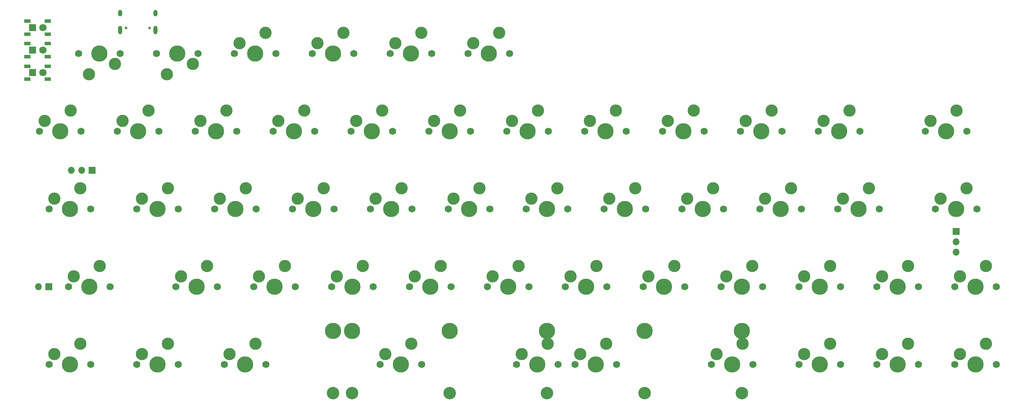
<source format=gbr>
%TF.GenerationSoftware,KiCad,Pcbnew,(6.0.0)*%
%TF.CreationDate,2022-02-04T02:04:47-08:00*%
%TF.ProjectId,Memoria,4d656d6f-7269-4612-9e6b-696361645f70,rev?*%
%TF.SameCoordinates,Original*%
%TF.FileFunction,Soldermask,Top*%
%TF.FilePolarity,Negative*%
%FSLAX46Y46*%
G04 Gerber Fmt 4.6, Leading zero omitted, Abs format (unit mm)*
G04 Created by KiCad (PCBNEW (6.0.0)) date 2022-02-04 02:04:47*
%MOMM*%
%LPD*%
G01*
G04 APERTURE LIST*
%ADD10C,1.750000*%
%ADD11C,3.987800*%
%ADD12C,3.000000*%
%ADD13R,1.501140X0.899160*%
%ADD14R,1.700000X1.700000*%
%ADD15O,1.700000X1.700000*%
%ADD16R,1.800000X1.800000*%
%ADD17C,1.800000*%
%ADD18C,3.048000*%
%ADD19C,0.650000*%
%ADD20O,1.000000X2.100000*%
%ADD21O,1.000000X1.600000*%
G04 APERTURE END LIST*
D10*
%TO.C,MX3-3*%
X109855000Y-95250000D03*
D11*
X104775000Y-95250000D03*
D10*
X99695000Y-95250000D03*
D12*
X100965000Y-92710000D03*
X107315000Y-90170000D03*
%TD*%
%TO.C,MX3-10*%
X234315000Y-92710000D03*
D10*
X233045000Y-95250000D03*
D12*
X240665000Y-90170000D03*
D10*
X243205000Y-95250000D03*
D11*
X238125000Y-95250000D03*
%TD*%
D10*
%TO.C,MX3-11*%
X252095000Y-95250000D03*
D12*
X253365000Y-92710000D03*
D10*
X262255000Y-95250000D03*
D11*
X257175000Y-95250000D03*
D12*
X259715000Y-90170000D03*
%TD*%
D13*
%TO.C,RGB1*%
X25318640Y-30116800D03*
X25318640Y-33317200D03*
X30317360Y-33317200D03*
X30317360Y-30116800D03*
%TD*%
D10*
%TO.C,MX2-0*%
X30638750Y-76200000D03*
D12*
X38258750Y-71120000D03*
X31908750Y-73660000D03*
D10*
X40798750Y-76200000D03*
D11*
X35718750Y-76200000D03*
%TD*%
D12*
%TO.C,MX4-2*%
X74771250Y-111760000D03*
X81121250Y-109220000D03*
D11*
X78581250Y-114300000D03*
D10*
X83661250Y-114300000D03*
X73501250Y-114300000D03*
%TD*%
%TO.C,MX1-10*%
X228917500Y-57150000D03*
D12*
X220027500Y-54610000D03*
D11*
X223837500Y-57150000D03*
D10*
X218757500Y-57150000D03*
D12*
X226377500Y-52070000D03*
%TD*%
D13*
%TO.C,RGB3*%
X25318640Y-41166800D03*
X25318640Y-44367200D03*
X30317360Y-44367200D03*
X30317360Y-41166800D03*
%TD*%
D12*
%TO.C,MX3-8*%
X196215000Y-92710000D03*
D10*
X194945000Y-95250000D03*
D11*
X200025000Y-95250000D03*
D10*
X205105000Y-95250000D03*
D12*
X202565000Y-90170000D03*
%TD*%
D10*
%TO.C,MX1-6*%
X152717500Y-57150000D03*
D12*
X150177500Y-52070000D03*
X143827500Y-54610000D03*
D11*
X147637500Y-57150000D03*
D10*
X142557500Y-57150000D03*
%TD*%
%TO.C,MX2-6*%
X157480000Y-76200000D03*
X147320000Y-76200000D03*
D12*
X148590000Y-73660000D03*
X154940000Y-71120000D03*
D11*
X152400000Y-76200000D03*
%TD*%
%TO.C,MX0-4*%
X119062500Y-38100000D03*
D10*
X124142500Y-38100000D03*
D12*
X115252500Y-35560000D03*
X121602500Y-33020000D03*
D10*
X113982500Y-38100000D03*
%TD*%
D11*
%TO.C,MX0-3*%
X100012500Y-38100000D03*
D12*
X102552500Y-33020000D03*
D10*
X94932500Y-38100000D03*
D12*
X96202500Y-35560000D03*
D10*
X105092500Y-38100000D03*
%TD*%
D12*
%TO.C,MX3-4*%
X120015000Y-92710000D03*
X126365000Y-90170000D03*
D11*
X123825000Y-95250000D03*
D10*
X118745000Y-95250000D03*
X128905000Y-95250000D03*
%TD*%
D12*
%TO.C,MX0-0*%
X46672500Y-40640000D03*
D11*
X42862500Y-38100000D03*
D10*
X37782500Y-38100000D03*
D12*
X40322500Y-43180000D03*
D10*
X47942500Y-38100000D03*
%TD*%
%TO.C,MX2-8*%
X185420000Y-76200000D03*
D12*
X193040000Y-71120000D03*
D10*
X195580000Y-76200000D03*
D12*
X186690000Y-73660000D03*
D11*
X190500000Y-76200000D03*
%TD*%
D10*
%TO.C,MX2-10*%
X233680000Y-76200000D03*
D12*
X224790000Y-73660000D03*
X231140000Y-71120000D03*
D10*
X223520000Y-76200000D03*
D11*
X228600000Y-76200000D03*
%TD*%
D10*
%TO.C,MX0-5*%
X133032500Y-38100000D03*
X143192500Y-38100000D03*
D12*
X140652500Y-33020000D03*
D11*
X138112500Y-38100000D03*
D12*
X134302500Y-35560000D03*
%TD*%
%TO.C,MX0-1*%
X59372500Y-43180000D03*
D10*
X66992500Y-38100000D03*
D12*
X65722500Y-40640000D03*
D11*
X61912500Y-38100000D03*
D10*
X56832500Y-38100000D03*
%TD*%
%TO.C,MX2-2*%
X81280000Y-76200000D03*
D12*
X72390000Y-73660000D03*
D10*
X71120000Y-76200000D03*
D11*
X76200000Y-76200000D03*
D12*
X78740000Y-71120000D03*
%TD*%
D10*
%TO.C,MX1-8*%
X180657500Y-57150000D03*
D12*
X181927500Y-54610000D03*
D10*
X190817500Y-57150000D03*
D11*
X185737500Y-57150000D03*
D12*
X188277500Y-52070000D03*
%TD*%
D14*
%TO.C,J1*%
X252412500Y-81650000D03*
D15*
X252412500Y-84190000D03*
X252412500Y-86730000D03*
%TD*%
D16*
%TO.C,LED1*%
X26543000Y-31717000D03*
D17*
X29083000Y-31717000D03*
%TD*%
D11*
%TO.C,MX3-7*%
X180975000Y-95250000D03*
D10*
X175895000Y-95250000D03*
D12*
X183515000Y-90170000D03*
D10*
X186055000Y-95250000D03*
D12*
X177165000Y-92710000D03*
%TD*%
%TO.C,MX3-0*%
X36671250Y-92710000D03*
X43021250Y-90170000D03*
D11*
X40481250Y-95250000D03*
D10*
X45561250Y-95250000D03*
X35401250Y-95250000D03*
%TD*%
D12*
%TO.C,MX2-1*%
X59690000Y-71120000D03*
D10*
X52070000Y-76200000D03*
D12*
X53340000Y-73660000D03*
D10*
X62230000Y-76200000D03*
D11*
X57150000Y-76200000D03*
%TD*%
D10*
%TO.C,MX1-2*%
X66357500Y-57150000D03*
D12*
X67627500Y-54610000D03*
D10*
X76517500Y-57150000D03*
D11*
X71437500Y-57150000D03*
D12*
X73977500Y-52070000D03*
%TD*%
D10*
%TO.C,MX2-3*%
X90170000Y-76200000D03*
D12*
X91440000Y-73660000D03*
X97790000Y-71120000D03*
D11*
X95250000Y-76200000D03*
D10*
X100330000Y-76200000D03*
%TD*%
%TO.C,MX4-11*%
X262255000Y-114300000D03*
D12*
X253365000Y-111760000D03*
D10*
X252095000Y-114300000D03*
D12*
X259715000Y-109220000D03*
D11*
X257175000Y-114300000D03*
%TD*%
D16*
%TO.C,LED2*%
X26543000Y-37242000D03*
D17*
X29083000Y-37242000D03*
%TD*%
D12*
%TO.C,MX2-7*%
X167640000Y-73660000D03*
D11*
X171450000Y-76200000D03*
D10*
X176530000Y-76200000D03*
X166370000Y-76200000D03*
D12*
X173990000Y-71120000D03*
%TD*%
D14*
%TO.C,J2*%
X41112500Y-66675000D03*
D15*
X38572500Y-66675000D03*
X36032500Y-66675000D03*
%TD*%
D11*
%TO.C,MX1-1*%
X52387500Y-57150000D03*
D10*
X47307500Y-57150000D03*
D12*
X54927500Y-52070000D03*
D10*
X57467500Y-57150000D03*
D12*
X48577500Y-54610000D03*
%TD*%
%TO.C,MX3-1*%
X62865000Y-92710000D03*
D10*
X71755000Y-95250000D03*
D12*
X69215000Y-90170000D03*
D11*
X66675000Y-95250000D03*
D10*
X61595000Y-95250000D03*
%TD*%
%TO.C,MX1-0*%
X38417500Y-57150000D03*
D12*
X35877500Y-52070000D03*
D10*
X28257500Y-57150000D03*
D11*
X33337500Y-57150000D03*
D12*
X29527500Y-54610000D03*
%TD*%
D10*
%TO.C,MX3-9*%
X224155000Y-95250000D03*
D12*
X221615000Y-90170000D03*
X215265000Y-92710000D03*
D11*
X219075000Y-95250000D03*
D10*
X213995000Y-95250000D03*
%TD*%
%TO.C,MX2-9*%
X214630000Y-76200000D03*
D12*
X212090000Y-71120000D03*
D11*
X209550000Y-76200000D03*
D10*
X204470000Y-76200000D03*
D12*
X205740000Y-73660000D03*
%TD*%
D10*
%TO.C,MX3-6*%
X156845000Y-95250000D03*
D11*
X161925000Y-95250000D03*
D12*
X164465000Y-90170000D03*
D10*
X167005000Y-95250000D03*
D12*
X158115000Y-92710000D03*
%TD*%
D10*
%TO.C,MX2-4*%
X109220000Y-76200000D03*
D11*
X114300000Y-76200000D03*
D10*
X119380000Y-76200000D03*
D12*
X110490000Y-73660000D03*
X116840000Y-71120000D03*
%TD*%
D11*
%TO.C,MX3-5*%
X142875000Y-95250000D03*
D12*
X139065000Y-92710000D03*
D10*
X147955000Y-95250000D03*
D12*
X145415000Y-90170000D03*
D10*
X137795000Y-95250000D03*
%TD*%
%TO.C,MX1-9*%
X209867500Y-57150000D03*
D12*
X200977500Y-54610000D03*
X207327500Y-52070000D03*
D11*
X204787500Y-57150000D03*
D10*
X199707500Y-57150000D03*
%TD*%
D13*
%TO.C,RGB2*%
X25318640Y-35641800D03*
X25318640Y-38842200D03*
X30317360Y-38842200D03*
X30317360Y-35641800D03*
%TD*%
D16*
%TO.C,LED3*%
X26543000Y-42767000D03*
D17*
X29083000Y-42767000D03*
%TD*%
D10*
%TO.C,MX1-4*%
X114617500Y-57150000D03*
D12*
X105727500Y-54610000D03*
D10*
X104457500Y-57150000D03*
D12*
X112077500Y-52070000D03*
D11*
X109537500Y-57150000D03*
%TD*%
D12*
%TO.C,MX1-5*%
X124777500Y-54610000D03*
X131127500Y-52070000D03*
D11*
X128587500Y-57150000D03*
D10*
X133667500Y-57150000D03*
X123507500Y-57150000D03*
%TD*%
D12*
%TO.C,MX1-11*%
X246221250Y-54610000D03*
D10*
X244951250Y-57150000D03*
D12*
X252571250Y-52070000D03*
D11*
X250031250Y-57150000D03*
D10*
X255111250Y-57150000D03*
%TD*%
D14*
%TO.C,Reset1*%
X30575000Y-95250000D03*
D15*
X28035000Y-95250000D03*
%TD*%
D10*
%TO.C,MX4-10*%
X243205000Y-114300000D03*
X233045000Y-114300000D03*
D11*
X238125000Y-114300000D03*
D12*
X240665000Y-109220000D03*
X234315000Y-111760000D03*
%TD*%
D10*
%TO.C,MX4-0*%
X40798750Y-114300000D03*
D12*
X38258750Y-109220000D03*
D11*
X35718750Y-114300000D03*
D12*
X31908750Y-111760000D03*
D10*
X30638750Y-114300000D03*
%TD*%
%TO.C,MX4-1*%
X62230000Y-114300000D03*
D12*
X59690000Y-109220000D03*
D10*
X52070000Y-114300000D03*
D11*
X57150000Y-114300000D03*
D12*
X53340000Y-111760000D03*
%TD*%
D10*
%TO.C,MX4-9*%
X224155000Y-114300000D03*
D11*
X219075000Y-114300000D03*
D12*
X221615000Y-109220000D03*
X215265000Y-111760000D03*
D10*
X213995000Y-114300000D03*
%TD*%
D12*
%TO.C,MX4-6+Minisub1*%
X160496250Y-111760000D03*
D11*
X152368250Y-106045000D03*
D18*
X152368250Y-121285000D03*
X176244250Y-121285000D03*
D10*
X169386250Y-114300000D03*
D11*
X176244250Y-106045000D03*
D10*
X159226250Y-114300000D03*
D11*
X164306250Y-114300000D03*
D12*
X166846250Y-109220000D03*
%TD*%
%TO.C,MX0-2*%
X83502500Y-33020000D03*
D11*
X80962500Y-38100000D03*
D10*
X75882500Y-38100000D03*
X86042500Y-38100000D03*
D12*
X77152500Y-35560000D03*
%TD*%
D10*
%TO.C,MX2-5*%
X128270000Y-76200000D03*
D11*
X133350000Y-76200000D03*
D12*
X135890000Y-71120000D03*
D10*
X138430000Y-76200000D03*
D12*
X129540000Y-73660000D03*
%TD*%
D11*
%TO.C,MX3-2*%
X85725000Y-95250000D03*
D12*
X88265000Y-90170000D03*
D10*
X90805000Y-95250000D03*
X80645000Y-95250000D03*
D12*
X81915000Y-92710000D03*
%TD*%
D10*
%TO.C,MX2-11*%
X257492500Y-76200000D03*
D12*
X254952500Y-71120000D03*
X248602500Y-73660000D03*
D11*
X252412500Y-76200000D03*
D10*
X247332500Y-76200000D03*
%TD*%
D12*
%TO.C,MX4-4+Minisub1*%
X112871250Y-111760000D03*
D11*
X116681250Y-114300000D03*
X128619250Y-106045000D03*
D10*
X111601250Y-114300000D03*
D12*
X119221250Y-109220000D03*
D18*
X104743250Y-121285000D03*
X128619250Y-121285000D03*
D10*
X121761250Y-114300000D03*
D11*
X104743250Y-106045000D03*
%TD*%
D10*
%TO.C,MX4-8+Minisub1*%
X202723750Y-114300000D03*
D12*
X193833750Y-111760000D03*
D11*
X197643750Y-114300000D03*
D12*
X200183750Y-109220000D03*
D10*
X192563750Y-114300000D03*
%TD*%
%TO.C,MX1-3*%
X95567500Y-57150000D03*
D11*
X90487500Y-57150000D03*
D10*
X85407500Y-57150000D03*
D12*
X93027500Y-52070000D03*
X86677500Y-54610000D03*
%TD*%
D18*
%TO.C,MX4-5+Jetvan1*%
X100018850Y-121285000D03*
D12*
X152558750Y-109220000D03*
D18*
X200018650Y-121285000D03*
D11*
X100018850Y-106045000D03*
X150018750Y-114300000D03*
D12*
X146208750Y-111760000D03*
D10*
X155098750Y-114300000D03*
D11*
X200018650Y-106045000D03*
D10*
X144938750Y-114300000D03*
%TD*%
D11*
%TO.C,MX1-7*%
X166687500Y-57150000D03*
D12*
X162877500Y-54610000D03*
D10*
X161607500Y-57150000D03*
X171767500Y-57150000D03*
D12*
X169227500Y-52070000D03*
%TD*%
D19*
%TO.C,USB1*%
X49434000Y-31777000D03*
X55214000Y-31777000D03*
D20*
X48004000Y-32307000D03*
D21*
X48004000Y-28127000D03*
D20*
X56644000Y-32307000D03*
D21*
X56644000Y-28127000D03*
%TD*%
M02*

</source>
